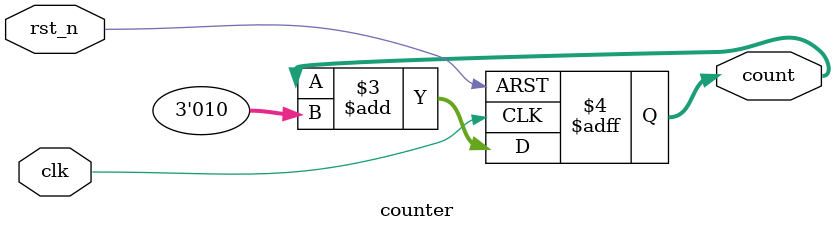
<source format=sv>
module counter(
    input logic clk,
    input logic rst_n,
    output logic [2:0] count
);
    // TODO: There are bugs here!

    // An 'always_ff' block indicates that we're making
    // logic that includes a flip-flop. The list of events
    // after the '@' is the sensitivity list. This block of code will
    // 'run' whenever one of these events happens. In this case,
    // we're specifying that our circuit updates on a rising edge of the clock
    // or a falling edge of the asynchronous active-low reset.
    //
    // IMPORTANT: In 'always_ff' blocks, you should *always* use the '<=' (nonblocking) assignment
    // operator! Using the '=' (blocking) assignment operator can and will produce strange bugs or errors.
    // The difference may be covered later on, but it is sufficient to know that
    // you should use '<=' for sequential logic (updating FFs), and '=' for pure combinational logic
    // (e.g. in assign or always_comb). 
    always_ff @(posedge clk, negedge rst_n) begin
        // If the reset signal is low, that means we're executing this block
        // due to the asynchronous reset condition. Initialize the FFs to
        // a chosen value. Hint: In this case, what do we want to reset to?
        if (!rst_n) begin
            count <= 3'd4;
        // Otherwise, we're here because of a clock edge. Perform the normal
        // update logic. Hint: In this case, what are we counting by?
        end else begin
            count <= count + 3'd2;
        end
    end
endmodule

</source>
